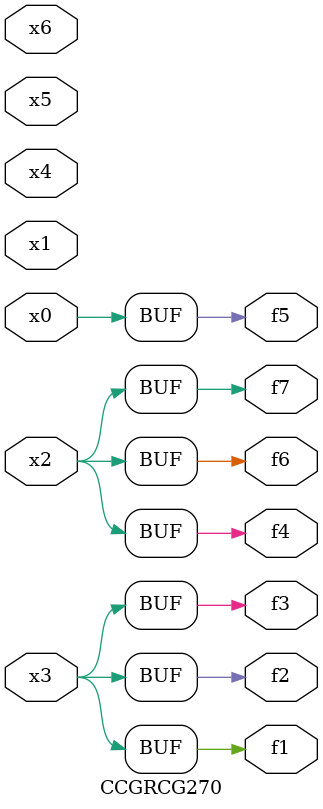
<source format=v>
module CCGRCG270(
	input x0, x1, x2, x3, x4, x5, x6,
	output f1, f2, f3, f4, f5, f6, f7
);
	assign f1 = x3;
	assign f2 = x3;
	assign f3 = x3;
	assign f4 = x2;
	assign f5 = x0;
	assign f6 = x2;
	assign f7 = x2;
endmodule

</source>
